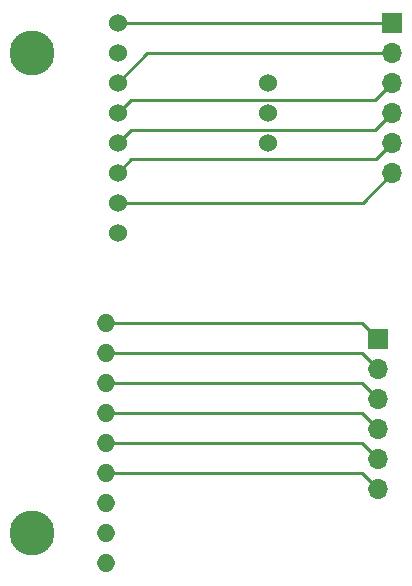
<source format=gbr>
%TF.GenerationSoftware,KiCad,Pcbnew,(6.0.6)*%
%TF.CreationDate,2022-07-21T10:55:34-07:00*%
%TF.ProjectId,SensorEgg,53656e73-6f72-4456-9767-2e6b69636164,rev?*%
%TF.SameCoordinates,Original*%
%TF.FileFunction,Copper,L1,Top*%
%TF.FilePolarity,Positive*%
%FSLAX46Y46*%
G04 Gerber Fmt 4.6, Leading zero omitted, Abs format (unit mm)*
G04 Created by KiCad (PCBNEW (6.0.6)) date 2022-07-21 10:55:34*
%MOMM*%
%LPD*%
G01*
G04 APERTURE LIST*
%TA.AperFunction,ComponentPad*%
%ADD10C,3.800000*%
%TD*%
%TA.AperFunction,ComponentPad*%
%ADD11R,1.700000X1.700000*%
%TD*%
%TA.AperFunction,ComponentPad*%
%ADD12O,1.700000X1.700000*%
%TD*%
%TA.AperFunction,ComponentPad*%
%ADD13C,1.524000*%
%TD*%
%TA.AperFunction,ComponentPad*%
%ADD14O,1.540000X1.540000*%
%TD*%
%TA.AperFunction,Conductor*%
%ADD15C,0.250000*%
%TD*%
G04 APERTURE END LIST*
D10*
%TO.P,M2,1*%
%TO.N,N/C*%
X89290613Y-127036233D03*
%TD*%
D11*
%TO.P,LIS3DH Connector,1,Pin_1*%
%TO.N,Net-(J1-Pad1)*%
X119767007Y-83855834D03*
D12*
%TO.P,LIS3DH Connector,2,Pin_2*%
%TO.N,Net-(J1-Pad2)*%
X119767007Y-86395834D03*
%TO.P,LIS3DH Connector,3,Pin_3*%
%TO.N,Net-(J1-Pad3)*%
X119767007Y-88935834D03*
%TO.P,LIS3DH Connector,4,Pin_4*%
%TO.N,Net-(J1-Pad4)*%
X119767007Y-91475834D03*
%TO.P,LIS3DH Connector,5,Pin_5*%
%TO.N,Net-(J1-Pad5)*%
X119767007Y-94015834D03*
%TO.P,LIS3DH Connector,6,Pin_6*%
%TO.N,Net-(J1-Pad6)*%
X119767007Y-96555834D03*
%TD*%
D10*
%TO.P,M2,1*%
%TO.N,N/C*%
X89290613Y-86396233D03*
%TD*%
D11*
%TO.P,SD Card Reader Connector,1,Pin_1*%
%TO.N,Net-(J2-Pad1)*%
X118525613Y-110551233D03*
D12*
%TO.P,SD Card Reader Connector,2,Pin_2*%
%TO.N,Net-(J2-Pad2)*%
X118525613Y-113091233D03*
%TO.P,SD Card Reader Connector,3,Pin_3*%
%TO.N,Net-(J2-Pad3)*%
X118525613Y-115631233D03*
%TO.P,SD Card Reader Connector,4,Pin_4*%
%TO.N,Net-(J2-Pad4)*%
X118525613Y-118171233D03*
%TO.P,SD Card Reader Connector,5,Pin_5*%
%TO.N,Net-(J2-Pad5)*%
X118525613Y-120711233D03*
%TO.P,SD Card Reader Connector,6,Pin_6*%
%TO.N,Net-(J2-Pad6)*%
X118525613Y-123251233D03*
%TD*%
D10*
%TO.P,,1*%
%TO.N,N/C*%
X89290613Y-127036233D03*
%TD*%
D13*
%TO.P,U1,1,Vin*%
%TO.N,Net-(J1-Pad1)*%
X96520000Y-83820000D03*
%TO.P,U1,2,Vo*%
%TO.N,unconnected-(U1-Pad2)*%
X96520000Y-86360000D03*
%TO.P,U1,3,GND*%
%TO.N,Net-(J1-Pad2)*%
X96549750Y-88880100D03*
%TO.P,U1,4,SCL*%
%TO.N,Net-(J1-Pad3)*%
X96549750Y-91440000D03*
%TO.P,U1,5,SDA*%
%TO.N,Net-(J1-Pad4)*%
X96549750Y-93980000D03*
%TO.P,U1,6,SDO*%
%TO.N,Net-(J1-Pad5)*%
X96549750Y-96520000D03*
%TO.P,U1,7,CS*%
%TO.N,Net-(J1-Pad6)*%
X96549750Y-99060000D03*
%TO.P,U1,8,Int*%
%TO.N,unconnected-(U1-Pad8)*%
X96549750Y-101600000D03*
%TO.P,U1,9,A1*%
%TO.N,unconnected-(U1-Pad9)*%
X109220000Y-88900000D03*
%TO.P,U1,10,A2*%
%TO.N,unconnected-(U1-Pad10)*%
X109220000Y-91440000D03*
%TO.P,U1,11,A3*%
%TO.N,unconnected-(U1-Pad11)*%
X109220000Y-93980000D03*
%TD*%
D14*
%TO.P,U2,1,3V*%
%TO.N,Net-(J2-Pad1)*%
X95522500Y-109220000D03*
%TO.P,U2,2,GND*%
%TO.N,Net-(J2-Pad2)*%
X95522500Y-111760000D03*
%TO.P,U2,3,CLK*%
%TO.N,Net-(J2-Pad3)*%
X95522500Y-114300000D03*
%TO.P,U2,4,D0/SO*%
%TO.N,Net-(J2-Pad4)*%
X95522500Y-116840000D03*
%TO.P,U2,5,CMD/SI*%
%TO.N,Net-(J2-Pad5)*%
X95522500Y-119380000D03*
%TO.P,U2,6,D3/CS*%
%TO.N,Net-(J2-Pad6)*%
X95522500Y-121920000D03*
%TO.P,U2,7,D1*%
%TO.N,unconnected-(U2-Pad7)*%
X95522500Y-124460000D03*
%TO.P,U2,8,DAT2*%
%TO.N,unconnected-(U2-Pad8)*%
X95522500Y-127000000D03*
%TO.P,U2,9,DET*%
%TO.N,unconnected-(U2-Pad9)*%
X95522500Y-129540000D03*
%TD*%
D15*
%TO.N,Net-(J1-Pad1)*%
X96520000Y-83820000D02*
X119731173Y-83820000D01*
X119731173Y-83820000D02*
X119767007Y-83855834D01*
%TO.N,Net-(J1-Pad2)*%
X96549750Y-88880100D02*
X99034016Y-86395834D01*
X99034016Y-86395834D02*
X119767007Y-86395834D01*
%TO.N,Net-(J1-Pad3)*%
X96549750Y-91440000D02*
X97636750Y-90353000D01*
X118349841Y-90353000D02*
X119767007Y-88935834D01*
X97636750Y-90353000D02*
X118349841Y-90353000D01*
%TO.N,Net-(J1-Pad4)*%
X96549750Y-93980000D02*
X97636750Y-92893000D01*
X118349841Y-92893000D02*
X119767007Y-91475834D01*
X97636750Y-92893000D02*
X118349841Y-92893000D01*
%TO.N,Net-(J1-Pad5)*%
X118402007Y-95380834D02*
X119767007Y-94015834D01*
X96549750Y-96520000D02*
X97688916Y-95380834D01*
X97688916Y-95380834D02*
X118402007Y-95380834D01*
%TO.N,Net-(J1-Pad6)*%
X117262841Y-99060000D02*
X119767007Y-96555834D01*
X96549750Y-99060000D02*
X117262841Y-99060000D01*
%TO.N,Net-(J2-Pad1)*%
X117194380Y-109220000D02*
X118525613Y-110551233D01*
X107950000Y-109220000D02*
X117194380Y-109220000D01*
X95522500Y-109220000D02*
X109220000Y-109220000D01*
%TO.N,Net-(J2-Pad2)*%
X95522500Y-111760000D02*
X109220000Y-111760000D01*
X117194380Y-111760000D02*
X118525613Y-113091233D01*
X107950000Y-111760000D02*
X117194380Y-111760000D01*
%TO.N,Net-(J2-Pad3)*%
X107950000Y-114300000D02*
X117194380Y-114300000D01*
X95522500Y-114300000D02*
X109220000Y-114300000D01*
X117194380Y-114300000D02*
X118525613Y-115631233D01*
%TO.N,Net-(J2-Pad4)*%
X95522500Y-116840000D02*
X109220000Y-116840000D01*
X107950000Y-116840000D02*
X117194380Y-116840000D01*
X117194380Y-116840000D02*
X118525613Y-118171233D01*
%TO.N,Net-(J2-Pad5)*%
X117194380Y-119380000D02*
X118525613Y-120711233D01*
X95522500Y-119380000D02*
X109220000Y-119380000D01*
X107950000Y-119380000D02*
X117194380Y-119380000D01*
%TO.N,Net-(J2-Pad6)*%
X117194380Y-121920000D02*
X118525613Y-123251233D01*
X95522500Y-121920000D02*
X117194380Y-121920000D01*
%TD*%
M02*

</source>
